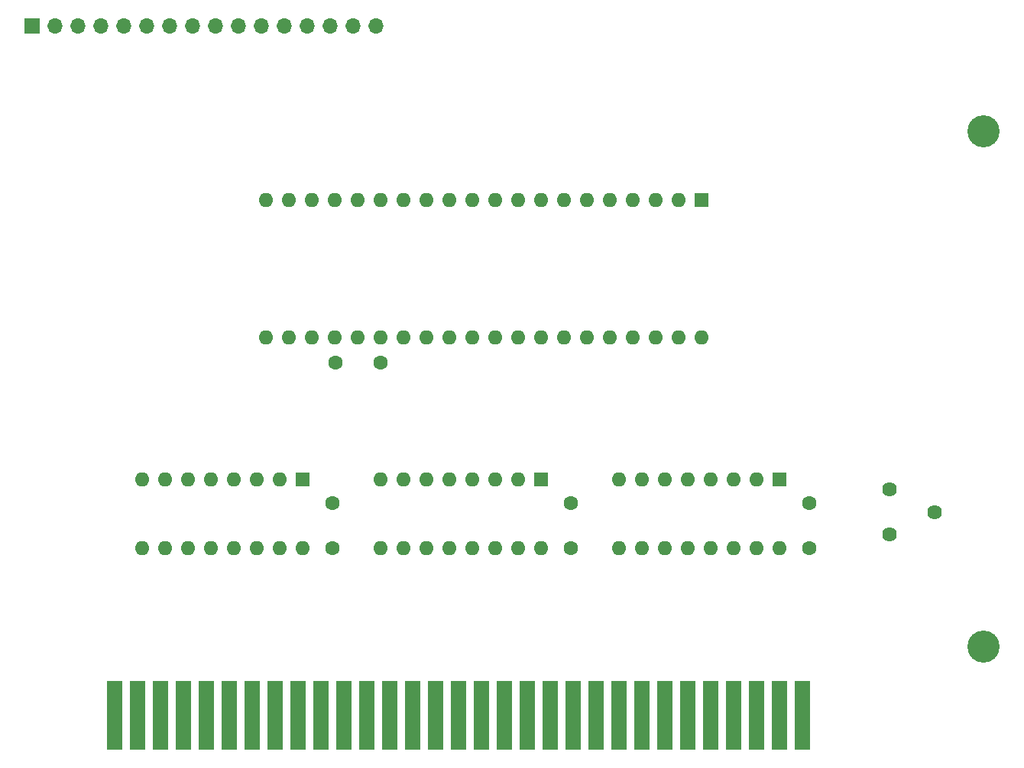
<source format=gbr>
G04 #@! TF.GenerationSoftware,KiCad,Pcbnew,(5.1.8)-1*
G04 #@! TF.CreationDate,2022-04-25T13:15:40-06:00*
G04 #@! TF.ProjectId,LCD 8255,4c434420-3832-4353-952e-6b696361645f,rev?*
G04 #@! TF.SameCoordinates,Original*
G04 #@! TF.FileFunction,Soldermask,Bot*
G04 #@! TF.FilePolarity,Negative*
%FSLAX46Y46*%
G04 Gerber Fmt 4.6, Leading zero omitted, Abs format (unit mm)*
G04 Created by KiCad (PCBNEW (5.1.8)-1) date 2022-04-25 13:15:40*
%MOMM*%
%LPD*%
G01*
G04 APERTURE LIST*
%ADD10R,1.780000X7.620000*%
%ADD11C,3.556000*%
%ADD12C,1.620000*%
%ADD13O,1.600000X1.600000*%
%ADD14R,1.600000X1.600000*%
%ADD15O,1.700000X1.700000*%
%ADD16R,1.700000X1.700000*%
%ADD17C,1.600000*%
G04 APERTURE END LIST*
D10*
G04 #@! TO.C,J1*
X97028000Y-146050000D03*
X99568000Y-146050000D03*
X102108000Y-146050000D03*
X104648000Y-146050000D03*
X107188000Y-146050000D03*
X109728000Y-146050000D03*
X112268000Y-146050000D03*
X114808000Y-146050000D03*
X117348000Y-146050000D03*
X119888000Y-146050000D03*
X122428000Y-146050000D03*
X124968000Y-146050000D03*
X127508000Y-146050000D03*
X130048000Y-146050000D03*
X132588000Y-146050000D03*
X135128000Y-146050000D03*
X137668000Y-146050000D03*
X140208000Y-146050000D03*
X142748000Y-146050000D03*
X145288000Y-146050000D03*
X147828000Y-146050000D03*
X150368000Y-146050000D03*
X152908000Y-146050000D03*
X155448000Y-146050000D03*
X157988000Y-146050000D03*
X160528000Y-146050000D03*
X163068000Y-146050000D03*
X165608000Y-146050000D03*
X168148000Y-146050000D03*
X170688000Y-146050000D03*
X173228000Y-146050000D03*
G04 #@! TD*
D11*
G04 #@! TO.C,R*
X193294000Y-138430000D03*
G04 #@! TD*
G04 #@! TO.C,R*
X193294000Y-81280000D03*
G04 #@! TD*
D12*
G04 #@! TO.C,RV1*
X182880000Y-125984000D03*
X187880000Y-123484000D03*
X182880000Y-120984000D03*
G04 #@! TD*
D13*
G04 #@! TO.C,U4*
X162052000Y-104140000D03*
X113792000Y-88900000D03*
X159512000Y-104140000D03*
X116332000Y-88900000D03*
X156972000Y-104140000D03*
X118872000Y-88900000D03*
X154432000Y-104140000D03*
X121412000Y-88900000D03*
X151892000Y-104140000D03*
X123952000Y-88900000D03*
X149352000Y-104140000D03*
X126492000Y-88900000D03*
X146812000Y-104140000D03*
X129032000Y-88900000D03*
X144272000Y-104140000D03*
X131572000Y-88900000D03*
X141732000Y-104140000D03*
X134112000Y-88900000D03*
X139192000Y-104140000D03*
X136652000Y-88900000D03*
X136652000Y-104140000D03*
X139192000Y-88900000D03*
X134112000Y-104140000D03*
X141732000Y-88900000D03*
X131572000Y-104140000D03*
X144272000Y-88900000D03*
X129032000Y-104140000D03*
X146812000Y-88900000D03*
X126492000Y-104140000D03*
X149352000Y-88900000D03*
X123952000Y-104140000D03*
X151892000Y-88900000D03*
X121412000Y-104140000D03*
X154432000Y-88900000D03*
X118872000Y-104140000D03*
X156972000Y-88900000D03*
X116332000Y-104140000D03*
X159512000Y-88900000D03*
X113792000Y-104140000D03*
D14*
X162052000Y-88900000D03*
G04 #@! TD*
D13*
G04 #@! TO.C,U3*
X117856000Y-127508000D03*
X100076000Y-119888000D03*
X115316000Y-127508000D03*
X102616000Y-119888000D03*
X112776000Y-127508000D03*
X105156000Y-119888000D03*
X110236000Y-127508000D03*
X107696000Y-119888000D03*
X107696000Y-127508000D03*
X110236000Y-119888000D03*
X105156000Y-127508000D03*
X112776000Y-119888000D03*
X102616000Y-127508000D03*
X115316000Y-119888000D03*
X100076000Y-127508000D03*
D14*
X117856000Y-119888000D03*
G04 #@! TD*
D13*
G04 #@! TO.C,U2*
X144272000Y-127508000D03*
X126492000Y-119888000D03*
X141732000Y-127508000D03*
X129032000Y-119888000D03*
X139192000Y-127508000D03*
X131572000Y-119888000D03*
X136652000Y-127508000D03*
X134112000Y-119888000D03*
X134112000Y-127508000D03*
X136652000Y-119888000D03*
X131572000Y-127508000D03*
X139192000Y-119888000D03*
X129032000Y-127508000D03*
X141732000Y-119888000D03*
X126492000Y-127508000D03*
D14*
X144272000Y-119888000D03*
G04 #@! TD*
D13*
G04 #@! TO.C,U1*
X170688000Y-127508000D03*
X152908000Y-119888000D03*
X168148000Y-127508000D03*
X155448000Y-119888000D03*
X165608000Y-127508000D03*
X157988000Y-119888000D03*
X163068000Y-127508000D03*
X160528000Y-119888000D03*
X160528000Y-127508000D03*
X163068000Y-119888000D03*
X157988000Y-127508000D03*
X165608000Y-119888000D03*
X155448000Y-127508000D03*
X168148000Y-119888000D03*
X152908000Y-127508000D03*
D14*
X170688000Y-119888000D03*
G04 #@! TD*
D15*
G04 #@! TO.C,J2*
X125984000Y-69596000D03*
X123444000Y-69596000D03*
X120904000Y-69596000D03*
X118364000Y-69596000D03*
X115824000Y-69596000D03*
X113284000Y-69596000D03*
X110744000Y-69596000D03*
X108204000Y-69596000D03*
X105664000Y-69596000D03*
X103124000Y-69596000D03*
X100584000Y-69596000D03*
X98044000Y-69596000D03*
X95504000Y-69596000D03*
X92964000Y-69596000D03*
X90424000Y-69596000D03*
D16*
X87884000Y-69596000D03*
G04 #@! TD*
D17*
G04 #@! TO.C,C4*
X173990000Y-127508000D03*
X173990000Y-122508000D03*
G04 #@! TD*
G04 #@! TO.C,C3*
X147574000Y-127508000D03*
X147574000Y-122508000D03*
G04 #@! TD*
G04 #@! TO.C,C2*
X121158000Y-127508000D03*
X121158000Y-122508000D03*
G04 #@! TD*
G04 #@! TO.C,C1*
X126492000Y-106934000D03*
X121492000Y-106934000D03*
G04 #@! TD*
M02*

</source>
